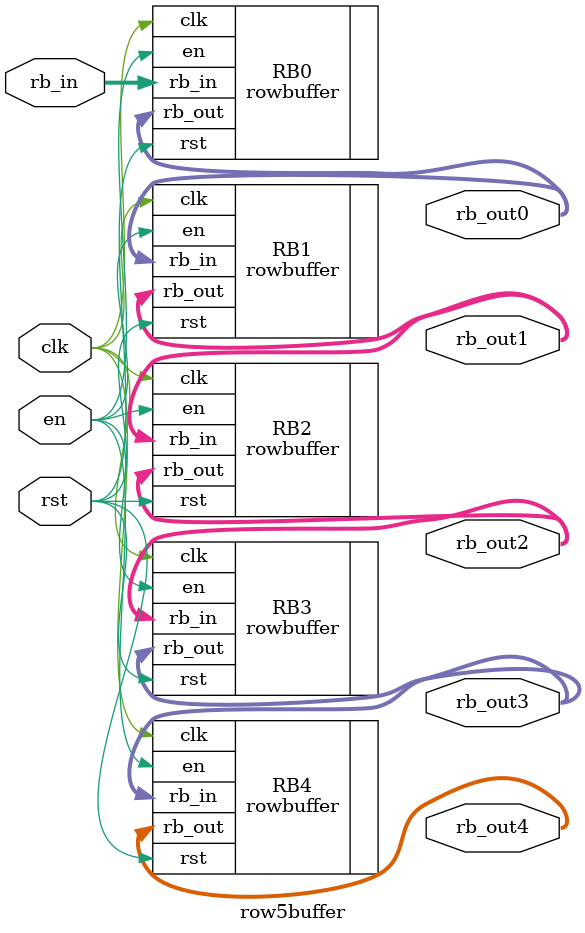
<source format=v>
module row5buffer #(parameter COLS = 10, BIT_WIDTH = 10)(
	input clk, rst,
	input [BIT_WIDTH-1:0] rb_in,
	input en,	// whether to latch or not
	output [BIT_WIDTH-1:0] rb_out0, rb_out1, rb_out2, rb_out3, rb_out4
);

// first row to receive input
rowbuffer #(.COLS(COLS), .BIT_WIDTH(BIT_WIDTH)) RB0(  .clk(clk),
							.rst(rst),
							.rb_in(rb_in),
							.en(en),
							.rb_out(rb_out0)
);

rowbuffer #(.COLS(COLS), .BIT_WIDTH(BIT_WIDTH)) RB1(  .clk(clk),
							.rst(rst),
							.rb_in(rb_out0),
							.en(en),
							.rb_out(rb_out1)
);

rowbuffer #(.COLS(COLS), .BIT_WIDTH(BIT_WIDTH)) RB2(  .clk(clk),
							.rst(rst),
							.rb_in(rb_out1),
							.en(en),
							.rb_out(rb_out2)
);

// last row to receive input
rowbuffer #(.COLS(COLS), .BIT_WIDTH(BIT_WIDTH)) RB3(  .clk(clk),
							.rst(rst),
							.rb_in(rb_out2),
							.en(en),
							.rb_out(rb_out3)
);


rowbuffer #(.COLS(COLS), .BIT_WIDTH(BIT_WIDTH)) RB4(  .clk(clk),
							.rst(rst),
							.rb_in(rb_out3),
							.en(en),
							.rb_out(rb_out4)
);


endmodule
</source>
